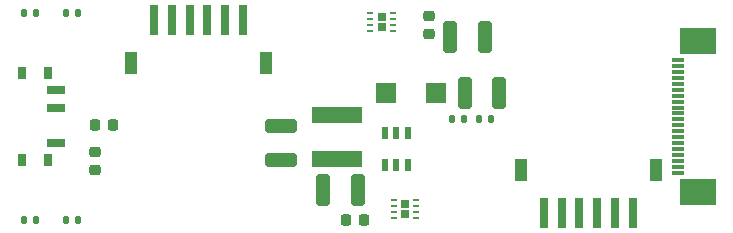
<source format=gbr>
%TF.GenerationSoftware,KiCad,Pcbnew,(7.0.0)*%
%TF.CreationDate,2023-10-22T09:49:58+03:00*%
%TF.ProjectId,nanoInvaderBot-power,6e616e6f-496e-4766-9164-6572426f742d,rev?*%
%TF.SameCoordinates,Original*%
%TF.FileFunction,Paste,Bot*%
%TF.FilePolarity,Positive*%
%FSLAX46Y46*%
G04 Gerber Fmt 4.6, Leading zero omitted, Abs format (unit mm)*
G04 Created by KiCad (PCBNEW (7.0.0)) date 2023-10-22 09:49:58*
%MOMM*%
%LPD*%
G01*
G04 APERTURE LIST*
G04 Aperture macros list*
%AMRoundRect*
0 Rectangle with rounded corners*
0 $1 Rounding radius*
0 $2 $3 $4 $5 $6 $7 $8 $9 X,Y pos of 4 corners*
0 Add a 4 corners polygon primitive as box body*
4,1,4,$2,$3,$4,$5,$6,$7,$8,$9,$2,$3,0*
0 Add four circle primitives for the rounded corners*
1,1,$1+$1,$2,$3*
1,1,$1+$1,$4,$5*
1,1,$1+$1,$6,$7*
1,1,$1+$1,$8,$9*
0 Add four rect primitives between the rounded corners*
20,1,$1+$1,$2,$3,$4,$5,0*
20,1,$1+$1,$4,$5,$6,$7,0*
20,1,$1+$1,$6,$7,$8,$9,0*
20,1,$1+$1,$8,$9,$2,$3,0*%
G04 Aperture macros list end*
%ADD10R,0.558800X0.977900*%
%ADD11RoundRect,0.135000X-0.135000X-0.185000X0.135000X-0.185000X0.135000X0.185000X-0.135000X0.185000X0*%
%ADD12R,4.191000X1.447800*%
%ADD13R,0.700000X2.500000*%
%ADD14R,1.100000X1.900000*%
%ADD15RoundRect,0.147500X-0.147500X-0.172500X0.147500X-0.172500X0.147500X0.172500X-0.147500X0.172500X0*%
%ADD16RoundRect,0.250000X-0.325000X-1.100000X0.325000X-1.100000X0.325000X1.100000X-0.325000X1.100000X0*%
%ADD17RoundRect,0.225000X0.225000X0.250000X-0.225000X0.250000X-0.225000X-0.250000X0.225000X-0.250000X0*%
%ADD18RoundRect,0.225000X0.250000X-0.225000X0.250000X0.225000X-0.250000X0.225000X-0.250000X-0.225000X0*%
%ADD19R,1.100000X0.300000*%
%ADD20R,3.100000X2.300000*%
%ADD21RoundRect,0.135000X0.135000X0.185000X-0.135000X0.185000X-0.135000X-0.185000X0.135000X-0.185000X0*%
%ADD22R,0.750000X0.650000*%
%ADD23R,0.500000X0.250000*%
%ADD24R,0.800000X1.000000*%
%ADD25R,1.500000X0.700000*%
%ADD26R,1.701800X1.651000*%
%ADD27RoundRect,0.250000X0.325000X1.100000X-0.325000X1.100000X-0.325000X-1.100000X0.325000X-1.100000X0*%
%ADD28RoundRect,0.250000X1.100000X-0.325000X1.100000X0.325000X-1.100000X0.325000X-1.100000X-0.325000X0*%
G04 APERTURE END LIST*
D10*
%TO.C,U5*%
X149299998Y-101384749D03*
X150249999Y-101384749D03*
X151200000Y-101384749D03*
X151200000Y-104115249D03*
X150249999Y-104115249D03*
X149299998Y-104115249D03*
%TD*%
D11*
%TO.C,R10*%
X154990000Y-100250000D03*
X156010000Y-100250000D03*
%TD*%
D12*
%TO.C,L1*%
X145249999Y-99870399D03*
X145249999Y-103629599D03*
%TD*%
D13*
%TO.C,J2*%
X162749999Y-108149999D03*
X164249999Y-108149999D03*
X165749999Y-108149999D03*
X167249999Y-108149999D03*
X168749999Y-108149999D03*
X170249999Y-108149999D03*
D14*
X160799999Y-104549999D03*
X172199999Y-104549999D03*
%TD*%
D15*
%TO.C,D1*%
X118765000Y-108750000D03*
X119735000Y-108750000D03*
%TD*%
D13*
%TO.C,J1*%
X137249999Y-91849999D03*
X135749999Y-91849999D03*
X134249999Y-91849999D03*
X132749999Y-91849999D03*
X131249999Y-91849999D03*
X129749999Y-91849999D03*
D14*
X139199999Y-95449999D03*
X127799999Y-95449999D03*
%TD*%
D16*
%TO.C,C2*%
X156025000Y-98000000D03*
X158975000Y-98000000D03*
%TD*%
D11*
%TO.C,R9*%
X157240000Y-100250000D03*
X158260000Y-100250000D03*
%TD*%
D17*
%TO.C,C6*%
X147525000Y-108750000D03*
X145975000Y-108750000D03*
%TD*%
D18*
%TO.C,C4*%
X153000000Y-93025000D03*
X153000000Y-91475000D03*
%TD*%
%TO.C,C8*%
X124750000Y-104525000D03*
X124750000Y-102975000D03*
%TD*%
D19*
%TO.C,J4*%
X174062499Y-95249999D03*
X174062499Y-95749999D03*
X174062499Y-96249999D03*
X174062499Y-96749999D03*
X174062499Y-97249999D03*
X174062499Y-97749999D03*
X174062499Y-98249999D03*
X174062499Y-98749999D03*
X174062499Y-99249999D03*
X174062499Y-99749999D03*
X174062499Y-100249999D03*
X174062499Y-100749999D03*
X174062499Y-101249999D03*
X174062499Y-101749999D03*
X174062499Y-102249999D03*
X174062499Y-102749999D03*
X174062499Y-103249999D03*
X174062499Y-103749999D03*
X174062499Y-104249999D03*
X174062499Y-104749999D03*
D20*
X175762499Y-93579999D03*
X175762499Y-106419999D03*
%TD*%
D21*
%TO.C,R7*%
X123260000Y-108750000D03*
X122240000Y-108750000D03*
%TD*%
D22*
%TO.C,U2*%
X150999999Y-108249999D03*
X150999999Y-107449999D03*
D23*
X151949999Y-107099999D03*
X151949999Y-107599999D03*
X151949999Y-108099999D03*
X151949999Y-108599999D03*
X150049999Y-108599999D03*
X150049999Y-108099999D03*
X150049999Y-107599999D03*
X150049999Y-107099999D03*
%TD*%
D24*
%TO.C,SW1*%
X118569999Y-103649999D03*
X120779999Y-103649999D03*
X118569999Y-96349999D03*
X120779999Y-96349999D03*
D25*
X121429999Y-102249999D03*
X121429999Y-99249999D03*
X121429999Y-97749999D03*
%TD*%
D26*
%TO.C,D3*%
X153646299Y-97999999D03*
X149353699Y-97999999D03*
%TD*%
D17*
%TO.C,C7*%
X126275000Y-100750000D03*
X124725000Y-100750000D03*
%TD*%
D16*
%TO.C,C3*%
X154775000Y-93250000D03*
X157725000Y-93250000D03*
%TD*%
D22*
%TO.C,U1*%
X148999999Y-91599999D03*
X148999999Y-92399999D03*
D23*
X148049999Y-92749999D03*
X148049999Y-92249999D03*
X148049999Y-91749999D03*
X148049999Y-91249999D03*
X149949999Y-91249999D03*
X149949999Y-91749999D03*
X149949999Y-92249999D03*
X149949999Y-92749999D03*
%TD*%
D27*
%TO.C,C5*%
X146975000Y-106250000D03*
X144025000Y-106250000D03*
%TD*%
D21*
%TO.C,R8*%
X123260000Y-91250000D03*
X122240000Y-91250000D03*
%TD*%
D28*
%TO.C,C1*%
X140500000Y-103725000D03*
X140500000Y-100775000D03*
%TD*%
D15*
%TO.C,D2*%
X118765000Y-91250000D03*
X119735000Y-91250000D03*
%TD*%
M02*

</source>
